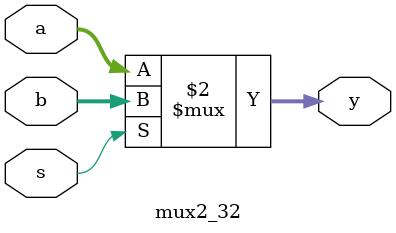
<source format=v>
module mux2_32(a, b, s, y);
input s;
input [31:0] a, b;
output[31:0] y;

assign y = (s==0) ? a : b;
endmodule

</source>
